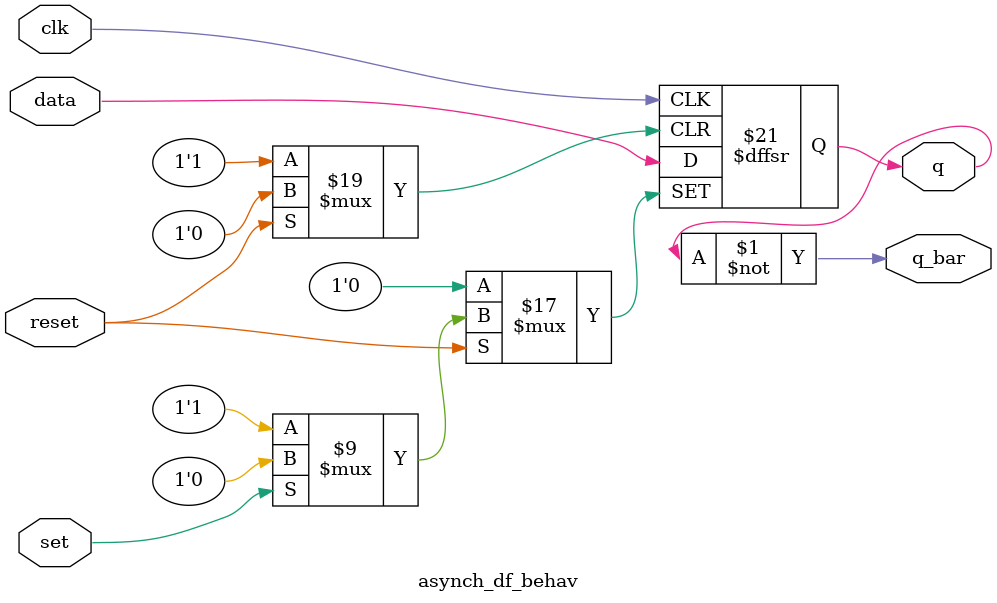
<source format=v>
module asynch_df_behav (q, q_bar, data, set, clk, reset );
  input 		data, set, reset, clk;
	  output 		q, q_bar;
	  reg 		q;

	  assign q_bar = ~q;

  always @  (negedge set or negedge reset or posedge clk)
    begin
      if (reset == 0) q <= 0; 
  else if (set == 0) q <= 1; 
    else q <= data; 		// synchronized activity
     end
endmodule 


</source>
